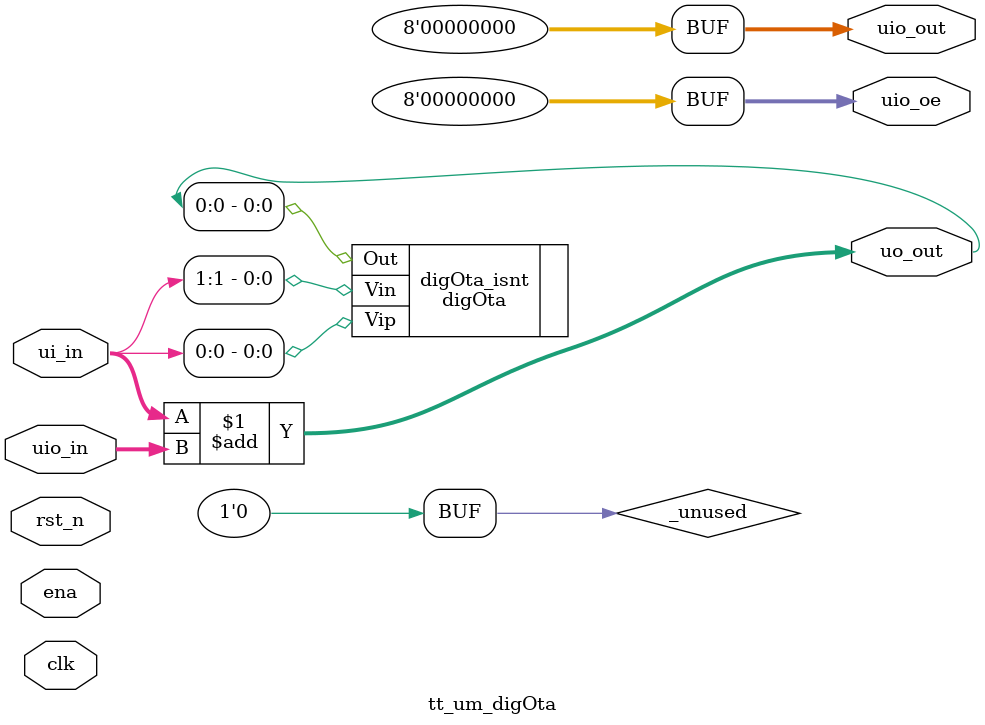
<source format=v>
/*
 * Copyright (c) 2024 Your Name
 * SPDX-License-Identifier: Apache-2.0
 */

`default_nettype none

module tt_um_digOta (
    input  wire [7:0] ui_in,    // Dedicated inputs
    output wire [7:0] uo_out,   // Dedicated outputs
    input  wire [7:0] uio_in,   // IOs: Input path
    output wire [7:0] uio_out,  // IOs: Output path
    output wire [7:0] uio_oe,   // IOs: Enable path (active high: 0=input, 1=output)
    input  wire       ena,      // always 1 when the design is powered, so you can ignore it
    input  wire       clk,      // clock
    input  wire       rst_n     // reset_n - low to reset
);

  // All output pins must be assigned. If not used, assign to 0.
  assign uo_out  = ui_in + uio_in;  // Example: ou_out is the sum of ui_in and uio_in
  assign uio_out = 0;
  assign uio_oe  = 0;

  // List all unused inputs to prevent warnings
  wire _unused = &{ena, clk, rst_n, 1'b0};

  digOta digOta_isnt(
      .Vip(ui_in[0]),
      .Vin(ui_in[1]),
      .Out(uo_out[0])
  );

endmodule

</source>
